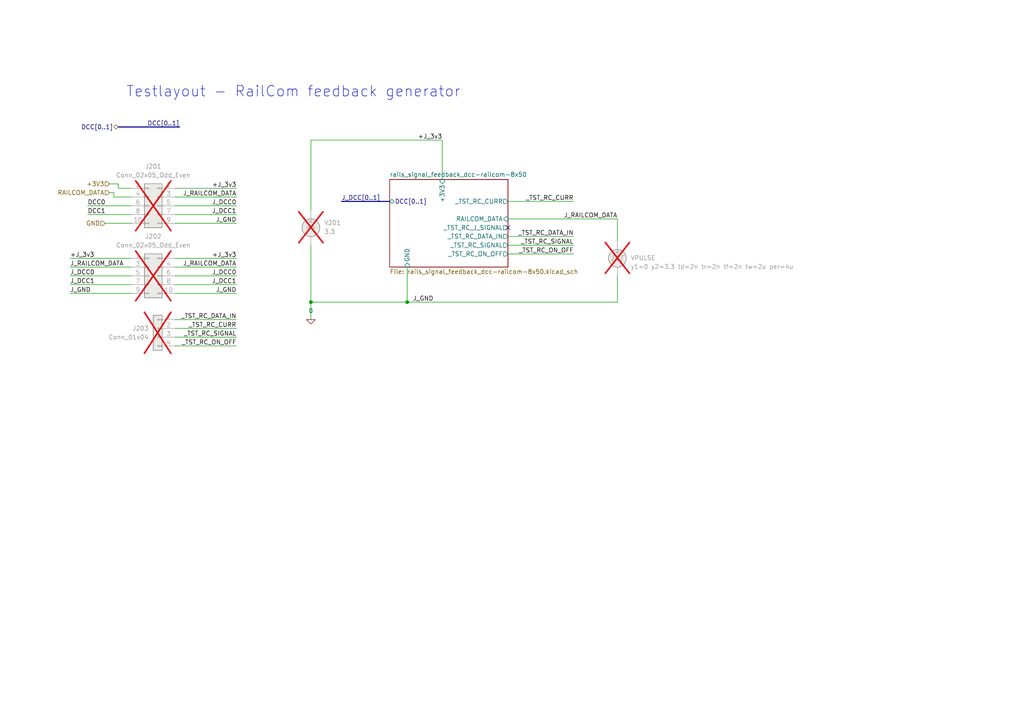
<source format=kicad_sch>
(kicad_sch (version 20231120) (generator "eeschema") (generator_version "8.0")
  (paper "A4")
  (title_block (title "xDuinoRail - LocDecoder - Development Kit") (date "2024-10-09") (rev "v0.2") (company "Chatelain Engineering, Bern - CH"))
  (lib_symbols
    (symbol "Connector_Generic:Conn_01x04" (pin_names (offset 1.016) hide)
      (property "Reference" "J" (at 0 5.08 0))
      (property "Value" "Conn_01x04" (at 0 -7.62 0))
      (symbol "Conn_01x04_1_1"
        (rectangle (start -1.27 -4.953) (end 0 -5.207) (stroke (width 0.1524)))
        (rectangle (start -1.27 -2.413) (end 0 -2.667) (stroke (width 0.1524)))
        (rectangle (start -1.27 0.127) (end 0 -0.127) (stroke (width 0.1524)))
        (rectangle (start -1.27 2.667) (end 0 2.413) (stroke (width 0.1524)))
        (rectangle (start -1.27 3.81) (end 1.27 -6.35) (stroke (width 0.254)) (fill (type background)))
        (pin passive line (at -5.08 2.54 0) (length 3.81) (name "Pin_1") (number "1"))
        (pin passive line (at -5.08 0 0) (length 3.81) (name "Pin_2") (number "2"))
        (pin passive line (at -5.08 -2.54 0) (length 3.81) (name "Pin_3") (number "3"))
        (pin passive line (at -5.08 -5.08 0) (length 3.81) (name "Pin_4") (number "4"))
      )
    )
    (symbol "Connector_Generic:Conn_02x05_Odd_Even" (pin_names (offset 1.016) hide)
      (property "Reference" "J" (at 1.27 7.62 0))
      (property "Value" "Conn_02x05_Odd_Even" (at 1.27 -7.62 0))
      (symbol "Conn_02x05_Odd_Even_1_1"
        (rectangle (start -1.27 -4.953) (end 0 -5.207) (stroke (width 0.1524)))
        (rectangle (start -1.27 -2.413) (end 0 -2.667) (stroke (width 0.1524)))
        (rectangle (start -1.27 0.127) (end 0 -0.127) (stroke (width 0.1524)))
        (rectangle (start -1.27 2.667) (end 0 2.413) (stroke (width 0.1524)))
        (rectangle (start -1.27 5.207) (end 0 4.953) (stroke (width 0.1524)))
        (rectangle (start -1.27 6.35) (end 3.81 -6.35) (stroke (width 0.254)) (fill (type background)))
        (rectangle (start 3.81 -4.953) (end 2.54 -5.207) (stroke (width 0.1524)))
        (rectangle (start 3.81 -2.413) (end 2.54 -2.667) (stroke (width 0.1524)))
        (rectangle (start 3.81 0.127) (end 2.54 -0.127) (stroke (width 0.1524)))
        (rectangle (start 3.81 2.667) (end 2.54 2.413) (stroke (width 0.1524)))
        (rectangle (start 3.81 5.207) (end 2.54 4.953) (stroke (width 0.1524)))
        (pin passive line (at -5.08 5.08 0) (length 3.81) (name "Pin_1") (number "1"))
        (pin passive line (at 7.62 -5.08 180) (length 3.81) (name "Pin_10") (number "10"))
        (pin passive line (at 7.62 5.08 180) (length 3.81) (name "Pin_2") (number "2"))
        (pin passive line (at -5.08 2.54 0) (length 3.81) (name "Pin_3") (number "3"))
        (pin passive line (at 7.62 2.54 180) (length 3.81) (name "Pin_4") (number "4"))
        (pin passive line (at -5.08 0 0) (length 3.81) (name "Pin_5") (number "5"))
        (pin passive line (at 7.62 0 180) (length 3.81) (name "Pin_6") (number "6"))
        (pin passive line (at -5.08 -2.54 0) (length 3.81) (name "Pin_7") (number "7"))
        (pin passive line (at 7.62 -2.54 180) (length 3.81) (name "Pin_8") (number "8"))
        (pin passive line (at -5.08 -5.08 0) (length 3.81) (name "Pin_9") (number "9"))
      )
    )
    (symbol "Simulation_SPICE:0" (power) (pin_numbers hide) (pin_names (offset 0) hide)
      (property "Value" "0" (at 0 -2.54 0))
      (symbol "0_0_1"
        (polyline (pts (xy -1.27 0) (xy 0 -1.27) (xy 1.27 0) (xy -1.27 0)))
      )
      (symbol "0_1_1"
        (pin power_in line (at 0 0 0) (length 0) (name "~") (number "1"))
      )
    )
    (symbol "Simulation_SPICE:VDC" (pin_numbers hide) (pin_names (offset 0.0254))
      (property "Reference" "V" (at 2.54 2.54 0))
      (property "Value" "1" (at 2.54 0 0))
      (symbol "VDC_0_0"
        (polyline (pts (xy -1.27 0.254) (xy 1.27 0.254)))
        (polyline (pts (xy -0.762 -0.254) (xy -1.27 -0.254)))
        (polyline (pts (xy 0.254 -0.254) (xy -0.254 -0.254)))
        (polyline (pts (xy 1.27 -0.254) (xy 0.762 -0.254)))
        (text "+" (at 0 1.905 0) (effects (font (size 1.27 1.27))))
      )
      (symbol "VDC_0_1"
        (circle (center 0 0) (radius 2.54) (stroke (width 0.254)) (fill (type background)))
      )
      (symbol "VDC_1_1"
        (pin passive line (at 0 5.08 270) (length 2.54) (name "~") (number "1"))
        (pin passive line (at 0 -5.08 90) (length 2.54) (name "~") (number "2"))
      )
    )
    (symbol "Simulation_SPICE:VPULSE" (pin_numbers hide) (pin_names (offset 0.0254))
      (property "Reference" "V" (at 2.54 2.54 0))
      (property "Value" "VPULSE" (at 2.54 0 0))
      (property "Sim.Params" "y1=0 y2=1 td=2n tr=2n tf=2n tw=50n per=100n" (at 2.54 -2.54 0))
      (symbol "VPULSE_0_0"
        (polyline (pts (xy -2.032 -0.762) (xy -1.397 -0.762) (xy -1.143 0.762) (xy -0.127 0.762) (xy 0.127 -0.762) (xy 1.143 -0.762) (xy 1.397 0.762) (xy 2.032 0.762)))
        (text "+" (at 0 1.905 0) (effects (font (size 1.27 1.27))))
      )
      (symbol "VPULSE_0_1"
        (circle (center 0 0) (radius 2.54) (stroke (width 0.254)) (fill (type background)))
      )
      (symbol "VPULSE_1_1"
        (pin passive line (at 0 5.08 270) (length 2.54) (name "~") (number "1"))
        (pin passive line (at 0 -5.08 90) (length 2.54) (name "~") (number "2"))
      )
    )
  )
  (junction (at 118.11 87.63))
  (junction (at 90.17 87.63))
  (no_connect (at 147.32 66.04))
  (wire (pts (xy 50.8 62.23) (xy 68.58 62.23)))
  (wire (pts (xy 38.1 74.93) (xy 20.32 74.93)))
  (wire (pts (xy 147.32 71.12) (xy 166.37 71.12)))
  (wire (pts (xy 128.27 40.64) (xy 128.27 52.07)))
  (wire (pts (xy 90.17 40.64) (xy 128.27 40.64)))
  (wire (pts (xy 25.4 59.69) (xy 38.1 59.69)))
  (wire (pts (xy 31.75 53.34) (xy 34.29 53.34)))
  (wire (pts (xy 30.48 64.77) (xy 38.1 64.77)))
  (wire (pts (xy 147.32 63.5) (xy 179.07 63.5)))
  (wire (pts (xy 147.32 58.42) (xy 166.37 58.42)))
  (wire (pts (xy 90.17 87.63) (xy 90.17 92.71)))
  (wire (pts (xy 147.32 68.58) (xy 166.37 68.58)))
  (wire (pts (xy 38.1 85.09) (xy 20.32 85.09)))
  (wire (pts (xy 50.8 95.25) (xy 68.58 95.25)))
  (wire (pts (xy 50.8 85.09) (xy 68.58 85.09)))
  (wire (pts (xy 33.02 57.15) (xy 38.1 57.15)))
  (wire (pts (xy 50.8 80.01) (xy 68.58 80.01)))
  (bus (pts (xy 99.06 58.42) (xy 113.03 58.42)))
  (wire (pts (xy 38.1 77.47) (xy 20.32 77.47)))
  (wire (pts (xy 33.02 55.88) (xy 33.02 57.15)))
  (wire (pts (xy 50.8 92.71) (xy 68.58 92.71)))
  (wire (pts (xy 179.07 80.01) (xy 179.07 87.63)))
  (wire (pts (xy 38.1 80.01) (xy 20.32 80.01)))
  (wire (pts (xy 50.8 97.79) (xy 68.58 97.79)))
  (wire (pts (xy 50.8 57.15) (xy 68.58 57.15)))
  (wire (pts (xy 50.8 77.47) (xy 68.58 77.47)))
  (wire (pts (xy 25.4 62.23) (xy 38.1 62.23)))
  (wire (pts (xy 34.29 53.34) (xy 34.29 54.61)))
  (wire (pts (xy 118.11 87.63) (xy 179.07 87.63)))
  (wire (pts (xy 147.32 73.66) (xy 166.37 73.66)))
  (wire (pts (xy 50.8 64.77) (xy 68.58 64.77)))
  (wire (pts (xy 90.17 71.12) (xy 90.17 87.63)))
  (wire (pts (xy 118.11 87.63) (xy 118.11 77.47)))
  (wire (pts (xy 50.8 100.33) (xy 68.58 100.33)))
  (wire (pts (xy 38.1 82.55) (xy 20.32 82.55)))
  (wire (pts (xy 50.8 74.93) (xy 68.58 74.93)))
  (wire (pts (xy 179.07 63.5) (xy 179.07 69.85)))
  (wire (pts (xy 90.17 87.63) (xy 118.11 87.63)))
  (wire (pts (xy 50.8 82.55) (xy 68.58 82.55)))
  (wire (pts (xy 90.17 60.96) (xy 90.17 40.64)))
  (wire (pts (xy 50.8 54.61) (xy 68.58 54.61)))
  (wire (pts (xy 31.75 55.88) (xy 33.02 55.88)))
  (wire (pts (xy 50.8 59.69) (xy 68.58 59.69)))
  (wire (pts (xy 34.29 54.61) (xy 38.1 54.61)))
  (bus (pts (xy 34.29 36.83) (xy 52.07 36.83)))
  (text "Testlayout - RailCom feedback generator" (at 85.09 26.67 0) (effects (font (size 3.048 3.048))))
  (label "J_GND" (at 68.58 85.09 180))
  (label "_TST_RC_SIGNAL" (at 166.37 71.12 180))
  (label "J_DCC0" (at 68.58 59.69 180))
  (label "_TST_RC_ON_OFF" (at 68.58 100.33 180))
  (label "DCC[0..1]" (at 52.07 36.83 180))
  (label "_TST_RC_CURR" (at 68.58 95.25 180))
  (label "+J_3v3" (at 20.32 74.93 0))
  (label "_TST_RC_DATA_IN" (at 68.58 92.71 180))
  (label "_TST_RC_SIGNAL" (at 68.58 97.79 180))
  (label "J_DCC1" (at 68.58 82.55 180))
  (label "J_DCC1" (at 20.32 82.55 0))
  (label "_TST_RC_CURR" (at 166.37 58.42 180))
  (label "J_GND" (at 125.73 87.63 180))
  (label "J_DCC0" (at 20.32 80.01 0))
  (label "DCC0" (at 25.4 59.69 0))
  (label "J_RAILCOM_DATA" (at 179.07 63.5 180))
  (label "DCC1" (at 25.4 62.23 0))
  (label "J_RAILCOM_DATA" (at 68.58 77.47 180))
  (label "J_DCC0" (at 68.58 80.01 180))
  (label "J_DCC[0..1]" (at 99.06 58.42 0))
  (label "J_GND" (at 20.32 85.09 0))
  (label "J_RAILCOM_DATA" (at 20.32 77.47 0))
  (label "J_DCC1" (at 68.58 62.23 180))
  (label "+J_3v3" (at 128.27 40.64 180))
  (label "_TST_RC_DATA_IN" (at 166.37 68.58 180))
  (label "J_GND" (at 68.58 64.77 180))
  (label "J_RAILCOM_DATA" (at 68.58 57.15 180))
  (label "_TST_RC_ON_OFF" (at 166.37 73.66 180))
  (label "+J_3v3" (at 68.58 74.93 180))
  (label "+J_3v3" (at 68.58 54.61 180))
  (hierarchical_label "DCC[0..1]" (shape bidirectional) (at 34.29 36.83 180))
  (hierarchical_label "+3V3" (shape input) (at 31.75 53.34 180))
  (hierarchical_label "RAILCOM_DATA" (shape input) (at 31.75 55.88 180))
  (hierarchical_label "GND" (shape input) (at 30.48 64.77 180))
  (symbol (lib_id "Connector_Generic:Conn_02x05_Odd_Even") (at 45.72 59.69 0) (mirror y) (unit 1) (exclude_from_sim yes) (in_bom no) (dnp yes)
    (property "Reference" "J201" (at 44.45 48.26 0))
    (property "Value" "Conn_02x05_Odd_Even" (at 44.45 50.8 0))
    (property "Footprint" "xDuinoRail:PinHeaderJP_2x05_P2.54mm_Vertical" (effects (hide yes)))
    (property "Description" "Generic connector, double row, 02x05, odd/even pin numbering scheme (row 1 odd numbers, row 2 even numbers), script generated (kicad-library-utils/schlib/autogen/connector/)" (effects (hide yes)))
  )
  (symbol (lib_id "Connector_Generic:Conn_02x05_Odd_Even") (at 43.18 80.01 0) (unit 1) (exclude_from_sim yes) (in_bom no) (dnp yes)
    (property "Reference" "J202" (at 44.45 68.58 0))
    (property "Value" "Conn_02x05_Odd_Even" (at 44.45 71.12 0))
    (property "Footprint" "xDuinoRail:PinHeaderJP_2x05_P2.54mm_Vertical" (effects (hide yes)))
    (property "Description" "Generic connector, double row, 02x05, odd/even pin numbering scheme (row 1 odd numbers, row 2 even numbers), script generated (kicad-library-utils/schlib/autogen/connector/)" (effects (hide yes)))
  )
  (symbol (lib_id "Simulation_SPICE:VDC") (at 90.17 66.04 0) (unit 1) (in_bom no) (on_board no) (dnp yes)
    (property "Reference" "V201" (at 93.98 64.6401 0) (effects (justify left)))
    (property "Value" "3.3" (at 93.98 67.1801 0) (effects (justify left)))
    (property "Datasheet" "https://ngspice.sourceforge.io/docs/ngspice-html-manual/manual.xhtml#sec_Independent_Sources_for" (effects (hide yes)))
    (property "Description" "Voltage source, DC" (effects (hide yes)))
    (property "Sim.Pins" "1=+ 2=-" (effects (hide yes)))
    (property "Sim.Type" "DC" (effects (hide yes)))
    (property "Sim.Device" "V" (effects (hide yes)))
  )
  (symbol (lib_id "Connector_Generic:Conn_01x04") (at 45.72 95.25 0) (mirror y) (unit 1) (in_bom no) (dnp yes)
    (property "Reference" "J203" (at 43.18 95.2499 0) (effects (justify left)))
    (property "Value" "Conn_01x04" (at 43.18 97.7899 0) (effects (justify left)))
    (property "Footprint" "Connector_PinSocket_2.54mm:PinSocket_1x04_P2.54mm_Vertical" (effects (hide yes)))
    (property "Description" "Generic connector, single row, 01x04, script generated (kicad-library-utils/schlib/autogen/connector/)" (effects (hide yes)))
  )
  (symbol (lib_id "Simulation_SPICE:VPULSE") (at 179.07 74.93 0) (unit 1) (in_bom no) (on_board no) (dnp yes)
    (property "Reference" "V202" (effects (hide yes)))
    (property "Value" "VPULSE" (at 182.88 74.8001 0) (effects (justify left)))
    (property "Datasheet" "https://ngspice.sourceforge.io/docs/ngspice-html-manual/manual.xhtml#sec_Independent_Sources_for" (effects (hide yes)))
    (property "Description" "Voltage source, pulse" (effects (hide yes)))
    (property "Sim.Pins" "1=+ 2=-" (effects (hide yes)))
    (property "Sim.Type" "PULSE" (effects (hide yes)))
    (property "Sim.Device" "V" (effects (hide yes)))
    (property "Sim.Params" "y1=0 y2=3.3 td=2n tr=2n tf=2n tw=2u per=4u" (at 182.88 77.3401 0) (effects (justify left)))
  )
  (symbol (lib_id "Simulation_SPICE:0") (at 90.17 92.71 0) (unit 1) (in_bom no)
    (property "Reference" "#GND0201" (effects (hide yes)))
    (property "Value" "0" (at 90.17 90.17 0))
    (property "Datasheet" "https://ngspice.sourceforge.io/docs/ngspice-html-manual/manual.xhtml#subsec_Circuit_elements__device" (effects (hide yes)))
    (property "Description" "0V reference potential for simulation" (effects (hide yes)))
  )
  (sheet (at 113.03 52.07) (size 34.29 25.4) (stroke (width 0.1524))
    (property "Sheetname" "rails_signal_feedback_dcc-railcom-8x50" (at 113.03 51.3584 0) (effects (justify left bottom)))
    (property "Sheetfile" "rails_signal_feedback_dcc-railcom-8x50.kicad_sch" (at 113.03 78.0546 0) (effects (justify left top)))
    (pin "_TST_RC_DATA_IN" output (at 147.32 68.58 0))
    (pin "_TST_RC_SIGNAL" output (at 147.32 71.12 0))
    (pin "RAILCOM_DATA" input (at 147.32 63.5 0))
    (pin "+3V3" input (at 128.27 52.07 90))
    (pin "_TST_RC_J_SIGNAL" output (at 147.32 66.04 0))
    (pin "_TST_RC_ON_OFF" output (at 147.32 73.66 0))
    (pin "GND" input (at 118.11 77.47 270))
    (pin "_TST_RC_CURR" output (at 147.32 58.42 0))
    (pin "DCC[0..1]" bidirectional (at 113.03 58.42 180))
  )
)
</source>
